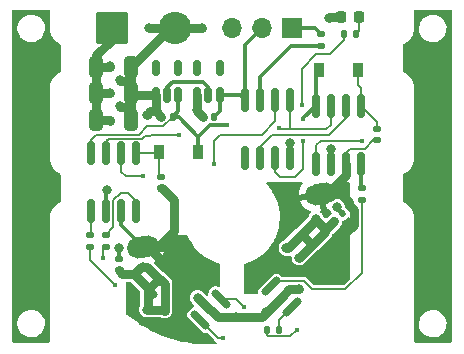
<source format=gbr>
%TF.GenerationSoftware,KiCad,Pcbnew,5.99.0-unknown-e61b1f03b8~131~ubuntu20.04.1*%
%TF.CreationDate,2021-08-02T15:41:00+00:00*%
%TF.ProjectId,beetleback_cg,62656574-6c65-4626-9163-6b5f63672e6b,2*%
%TF.SameCoordinates,PX5573000PY89ce520*%
%TF.FileFunction,Copper,L1,Top*%
%TF.FilePolarity,Positive*%
%FSLAX46Y46*%
G04 Gerber Fmt 4.6, Leading zero omitted, Abs format (unit mm)*
G04 Created by KiCad (PCBNEW 5.99.0-unknown-e61b1f03b8~131~ubuntu20.04.1) date 2021-08-02 15:41:00*
%MOMM*%
%LPD*%
G01*
G04 APERTURE LIST*
G04 Aperture macros list*
%AMRoundRect*
0 Rectangle with rounded corners*
0 $1 Rounding radius*
0 $2 $3 $4 $5 $6 $7 $8 $9 X,Y pos of 4 corners*
0 Add a 4 corners polygon primitive as box body*
4,1,4,$2,$3,$4,$5,$6,$7,$8,$9,$2,$3,0*
0 Add four circle primitives for the rounded corners*
1,1,$1+$1,$2,$3*
1,1,$1+$1,$4,$5*
1,1,$1+$1,$6,$7*
1,1,$1+$1,$8,$9*
0 Add four rect primitives between the rounded corners*
20,1,$1+$1,$2,$3,$4,$5,0*
20,1,$1+$1,$4,$5,$6,$7,0*
20,1,$1+$1,$6,$7,$8,$9,0*
20,1,$1+$1,$8,$9,$2,$3,0*%
%AMHorizOval*
0 Thick line with rounded ends*
0 $1 width*
0 $2 $3 position (X,Y) of the first rounded end (center of the circle)*
0 $4 $5 position (X,Y) of the second rounded end (center of the circle)*
0 Add line between two ends*
20,1,$1,$2,$3,$4,$5,0*
0 Add two circle primitives to create the rounded ends*
1,1,$1,$2,$3*
1,1,$1,$4,$5*%
G04 Aperture macros list end*
%TA.AperFunction,SMDPad,CuDef*%
%ADD10RoundRect,0.140000X0.140000X0.170000X-0.140000X0.170000X-0.140000X-0.170000X0.140000X-0.170000X0*%
%TD*%
%TA.AperFunction,SMDPad,CuDef*%
%ADD11RoundRect,0.140000X-0.170000X0.140000X-0.170000X-0.140000X0.170000X-0.140000X0.170000X0.140000X0*%
%TD*%
%TA.AperFunction,ComponentPad*%
%ADD12HorizOval,1.800000X-0.441732X-0.085864X0.441732X0.085864X0*%
%TD*%
%TA.AperFunction,SMDPad,CuDef*%
%ADD13R,0.900000X1.200000*%
%TD*%
%TA.AperFunction,SMDPad,CuDef*%
%ADD14RoundRect,0.135000X-0.185000X0.135000X-0.185000X-0.135000X0.185000X-0.135000X0.185000X0.135000X0*%
%TD*%
%TA.AperFunction,SMDPad,CuDef*%
%ADD15RoundRect,0.250000X-0.325000X-0.650000X0.325000X-0.650000X0.325000X0.650000X-0.325000X0.650000X0*%
%TD*%
%TA.AperFunction,SMDPad,CuDef*%
%ADD16RoundRect,0.150000X0.689429X-0.477297X-0.477297X0.689429X-0.689429X0.477297X0.477297X-0.689429X0*%
%TD*%
%TA.AperFunction,SMDPad,CuDef*%
%ADD17RoundRect,0.150000X0.150000X-0.825000X0.150000X0.825000X-0.150000X0.825000X-0.150000X-0.825000X0*%
%TD*%
%TA.AperFunction,SMDPad,CuDef*%
%ADD18RoundRect,0.218750X-0.218750X-0.256250X0.218750X-0.256250X0.218750X0.256250X-0.218750X0.256250X0*%
%TD*%
%TA.AperFunction,SMDPad,CuDef*%
%ADD19RoundRect,0.150000X-0.477297X-0.689429X0.689429X0.477297X0.477297X0.689429X-0.689429X-0.477297X0*%
%TD*%
%TA.AperFunction,SMDPad,CuDef*%
%ADD20RoundRect,0.135000X-0.135000X-0.185000X0.135000X-0.185000X0.135000X0.185000X-0.135000X0.185000X0*%
%TD*%
%TA.AperFunction,ComponentPad*%
%ADD21RoundRect,0.250000X-1.125000X-1.125000X1.125000X-1.125000X1.125000X1.125000X-1.125000X1.125000X0*%
%TD*%
%TA.AperFunction,ComponentPad*%
%ADD22C,2.750000*%
%TD*%
%TA.AperFunction,SMDPad,CuDef*%
%ADD23RoundRect,0.140000X0.021213X-0.219203X0.219203X-0.021213X-0.021213X0.219203X-0.219203X0.021213X0*%
%TD*%
%TA.AperFunction,SMDPad,CuDef*%
%ADD24RoundRect,0.150000X0.150000X-0.512500X0.150000X0.512500X-0.150000X0.512500X-0.150000X-0.512500X0*%
%TD*%
%TA.AperFunction,SMDPad,CuDef*%
%ADD25RoundRect,0.135000X0.185000X-0.135000X0.185000X0.135000X-0.185000X0.135000X-0.185000X-0.135000X0*%
%TD*%
%TA.AperFunction,ComponentPad*%
%ADD26R,1.700000X1.700000*%
%TD*%
%TA.AperFunction,ComponentPad*%
%ADD27O,1.700000X1.700000*%
%TD*%
%TA.AperFunction,SMDPad,CuDef*%
%ADD28RoundRect,0.150000X-0.150000X0.825000X-0.150000X-0.825000X0.150000X-0.825000X0.150000X0.825000X0*%
%TD*%
%TA.AperFunction,SMDPad,CuDef*%
%ADD29RoundRect,0.140000X0.170000X-0.140000X0.170000X0.140000X-0.170000X0.140000X-0.170000X-0.140000X0*%
%TD*%
%TA.AperFunction,ViaPad*%
%ADD30C,0.400000*%
%TD*%
%TA.AperFunction,ViaPad*%
%ADD31C,0.800000*%
%TD*%
%TA.AperFunction,Conductor*%
%ADD32C,0.150000*%
%TD*%
%TA.AperFunction,Conductor*%
%ADD33C,0.300000*%
%TD*%
%TA.AperFunction,Conductor*%
%ADD34C,0.200000*%
%TD*%
%TA.AperFunction,Conductor*%
%ADD35C,0.800000*%
%TD*%
G04 APERTURE END LIST*
D10*
%TO.P,C1,1*%
%TO.N,+12V*%
X-5020000Y19500000D03*
%TO.P,C1,2*%
%TO.N,GND*%
X-5980000Y19500000D03*
%TD*%
D11*
%TO.P,C2,1*%
%TO.N,Net-(C2-Pad1)*%
X12300000Y18480000D03*
%TO.P,C2,2*%
%TO.N,/MOTOR_PAD_2*%
X12300000Y17520000D03*
%TD*%
D12*
%TO.P,J4,1,Pin_1*%
%TO.N,/MOTOR_PAD_2*%
X7500000Y13000000D03*
%TD*%
D13*
%TO.P,D1,1,K*%
%TO.N,Net-(C2-Pad1)*%
X10650000Y23500000D03*
%TO.P,D1,2,A*%
%TO.N,+12V*%
X7350000Y23500000D03*
%TD*%
D14*
%TO.P,R1,1*%
%TO.N,/PWMIN1*%
X7500000Y26510000D03*
%TO.P,R1,2*%
%TO.N,/PWMIN*%
X7500000Y25490000D03*
%TD*%
D15*
%TO.P,C5,1*%
%TO.N,/VBAT*%
X-11475000Y19250000D03*
%TO.P,C5,2*%
%TO.N,GND*%
X-8525000Y19250000D03*
%TD*%
D14*
%TO.P,R5,1*%
%TO.N,/GH1OUT*%
X11000000Y13510000D03*
%TO.P,R5,2*%
%TO.N,/GH1*%
X11000000Y12490000D03*
%TD*%
D16*
%TO.P,Q2,1,S*%
%TO.N,/MOTOR_PAD_1*%
X-3596949Y1402872D03*
%TO.P,Q2,2,G*%
%TO.N,/GH2*%
X-2698924Y2300898D03*
%TO.P,Q2,3,S*%
%TO.N,GND*%
X-1800898Y3198924D03*
%TO.P,Q2,4,G*%
%TO.N,/GL2*%
X-902872Y4096949D03*
%TO.P,Q2,5,D*%
%TO.N,/MOTOR_PAD_1*%
X-4403051Y7597128D03*
%TO.P,Q2,6,D*%
X-5301076Y6699102D03*
%TO.P,Q2,7,D*%
%TO.N,/VBAT*%
X-6199102Y5801076D03*
%TO.P,Q2,8,D*%
X-7097128Y4903051D03*
%TD*%
D17*
%TO.P,U1,1,~{RESET}/PB5*%
%TO.N,unconnected-(U1-Pad1)*%
X1095000Y16025000D03*
%TO.P,U1,2,PB3*%
%TO.N,/MOTOR_PWM_2*%
X2365000Y16025000D03*
%TO.P,U1,3,PB4*%
%TO.N,Net-(R4-Pad1)*%
X3635000Y16025000D03*
%TO.P,U1,4,GND*%
%TO.N,GND*%
X4905000Y16025000D03*
%TO.P,U1,5,PB0*%
%TO.N,/MOTOR_EN*%
X4905000Y20975000D03*
%TO.P,U1,6,PB1*%
%TO.N,/MOTOR_PWM_1*%
X3635000Y20975000D03*
%TO.P,U1,7,PB2*%
%TO.N,/PWMIN*%
X2365000Y20975000D03*
%TO.P,U1,8,VCC*%
%TO.N,+5V*%
X1095000Y20975000D03*
%TD*%
D10*
%TO.P,C4,1*%
%TO.N,+5V*%
X-1520000Y19500000D03*
%TO.P,C4,2*%
%TO.N,GND*%
X-2480000Y19500000D03*
%TD*%
D18*
%TO.P,D2,1,K*%
%TO.N,GND*%
X9212500Y28000000D03*
%TO.P,D2,2,A*%
%TO.N,Net-(D2-Pad2)*%
X10787500Y28000000D03*
%TD*%
D19*
%TO.P,Q1,1,S*%
%TO.N,/MOTOR_PAD_2*%
X2402872Y6096949D03*
%TO.P,Q1,2,G*%
%TO.N,/GH1*%
X3300898Y5198924D03*
%TO.P,Q1,3,S*%
%TO.N,GND*%
X4198924Y4300898D03*
%TO.P,Q1,4,G*%
%TO.N,/GL1*%
X5096949Y3402872D03*
%TO.P,Q1,5,D*%
%TO.N,/MOTOR_PAD_2*%
X8597128Y6903051D03*
%TO.P,Q1,6,D*%
X7699102Y7801076D03*
%TO.P,Q1,7,D*%
%TO.N,/VBAT*%
X6801076Y8699102D03*
%TO.P,Q1,8,D*%
X5903051Y9597128D03*
%TD*%
D15*
%TO.P,C6,1*%
%TO.N,/VBAT*%
X-11475000Y21500000D03*
%TO.P,C6,2*%
%TO.N,GND*%
X-8525000Y21500000D03*
%TD*%
D20*
%TO.P,R6,1*%
%TO.N,/GL1OUT*%
X2990000Y1500000D03*
%TO.P,R6,2*%
%TO.N,/GL1*%
X4010000Y1500000D03*
%TD*%
D21*
%TO.P,J2,1,Pin_1*%
%TO.N,/VBAT*%
X-10200000Y27000000D03*
D22*
%TO.P,J2,2,Pin_2*%
%TO.N,GND*%
X-4800000Y27000000D03*
%TD*%
D20*
%TO.P,R4,1*%
%TO.N,Net-(R4-Pad1)*%
X9490000Y26500000D03*
%TO.P,R4,2*%
%TO.N,Net-(D2-Pad2)*%
X10510000Y26500000D03*
%TD*%
D23*
%TO.P,C9,1*%
%TO.N,/VBAT*%
X8660589Y10660589D03*
%TO.P,C9,2*%
%TO.N,GND*%
X9339411Y11339411D03*
%TD*%
D11*
%TO.P,C3,1*%
%TO.N,Net-(C3-Pad1)*%
X-6000000Y14460000D03*
%TO.P,C3,2*%
%TO.N,/MOTOR_PAD_1*%
X-6000000Y13500000D03*
%TD*%
D24*
%TO.P,U3,1,GND*%
%TO.N,GND*%
X-2950000Y21362500D03*
%TO.P,U3,2,VIN*%
%TO.N,/VBAT*%
X-2000000Y21362500D03*
%TO.P,U3,3,VOUT*%
%TO.N,+5V*%
X-1050000Y21362500D03*
%TO.P,U3,4*%
%TO.N,N/C*%
X-1050000Y23637500D03*
%TO.P,U3,5*%
X-2950000Y23637500D03*
%TD*%
D25*
%TO.P,R3,1*%
%TO.N,/GL2*%
X-12000000Y8490000D03*
%TO.P,R3,2*%
%TO.N,/GL2OUT*%
X-12000000Y9510000D03*
%TD*%
D26*
%TO.P,J1,1,Pin_1*%
%TO.N,/PWMIN1*%
X5040000Y27000000D03*
D27*
%TO.P,J1,2,Pin_2*%
%TO.N,+5V*%
X2500000Y27000000D03*
%TO.P,J1,3,Pin_3*%
%TO.N,GND*%
X-40000Y27000000D03*
%TD*%
D28*
%TO.P,U2,1,BST*%
%TO.N,Net-(C2-Pad1)*%
X10905000Y20475000D03*
%TO.P,U2,2,PWM*%
%TO.N,/MOTOR_PWM_2*%
X9635000Y20475000D03*
%TO.P,U2,3,EN*%
%TO.N,/MOTOR_EN*%
X8365000Y20475000D03*
%TO.P,U2,4,VCC*%
%TO.N,+12V*%
X7095000Y20475000D03*
%TO.P,U2,5,DRVL*%
%TO.N,/GL1OUT*%
X7095000Y15525000D03*
%TO.P,U2,6,GND*%
%TO.N,GND*%
X8365000Y15525000D03*
%TO.P,U2,7,SW*%
%TO.N,/MOTOR_PAD_2*%
X9635000Y15525000D03*
%TO.P,U2,8,DRVH*%
%TO.N,/GH1OUT*%
X10905000Y15525000D03*
%TD*%
D13*
%TO.P,D3,1,K*%
%TO.N,Net-(C3-Pad1)*%
X-6150000Y16500000D03*
%TO.P,D3,2,A*%
%TO.N,+12V*%
X-2850000Y16500000D03*
%TD*%
D25*
%TO.P,R2,1*%
%TO.N,/GH2*%
X-10700000Y8490000D03*
%TO.P,R2,2*%
%TO.N,/GH2OUT*%
X-10700000Y9510000D03*
%TD*%
D29*
%TO.P,C8,1*%
%TO.N,/VBAT*%
X-9600000Y6520000D03*
%TO.P,C8,2*%
%TO.N,GND*%
X-9600000Y7480000D03*
%TD*%
D28*
%TO.P,U4,1,BST*%
%TO.N,Net-(C3-Pad1)*%
X-8095000Y16475000D03*
%TO.P,U4,2,PWM*%
%TO.N,/MOTOR_PWM_1*%
X-9365000Y16475000D03*
%TO.P,U4,3,EN*%
%TO.N,/MOTOR_EN*%
X-10635000Y16475000D03*
%TO.P,U4,4,VCC*%
%TO.N,+12V*%
X-11905000Y16475000D03*
%TO.P,U4,5,DRVL*%
%TO.N,/GL2OUT*%
X-11905000Y11525000D03*
%TO.P,U4,6,GND*%
%TO.N,GND*%
X-10635000Y11525000D03*
%TO.P,U4,7,SW*%
%TO.N,/MOTOR_PAD_1*%
X-9365000Y11525000D03*
%TO.P,U4,8,DRVH*%
%TO.N,/GH2OUT*%
X-8095000Y11525000D03*
%TD*%
D15*
%TO.P,C7,1*%
%TO.N,/VBAT*%
X-11475000Y23750000D03*
%TO.P,C7,2*%
%TO.N,GND*%
X-8525000Y23750000D03*
%TD*%
D12*
%TO.P,J3,1,Pin_1*%
%TO.N,/MOTOR_PAD_1*%
X-7500000Y8500000D03*
%TD*%
D24*
%TO.P,U5,1,GND*%
%TO.N,GND*%
X-6450000Y21362500D03*
%TO.P,U5,2,VIN*%
%TO.N,/VBAT*%
X-5500000Y21362500D03*
%TO.P,U5,3,VOUT*%
%TO.N,+12V*%
X-4550000Y21362500D03*
%TO.P,U5,4*%
%TO.N,N/C*%
X-4550000Y23637500D03*
%TO.P,U5,5*%
X-6450000Y23637500D03*
%TD*%
D30*
%TO.N,+12V*%
X-400000Y18800000D03*
X6000000Y19300000D03*
%TO.N,Net-(R4-Pad1)*%
X6000000Y17500000D03*
X5900000Y20500000D03*
%TO.N,/GH2*%
X-800000Y800000D03*
X-10900000Y7600000D03*
D31*
%TO.N,GND*%
X-10600000Y13300000D03*
X-9500000Y22600000D03*
X-9600000Y8400000D03*
X-3000000Y20100000D03*
X-2500000Y27000000D03*
X-2900000Y4200000D03*
X-9500000Y20400000D03*
X300000Y2600000D03*
X8400000Y16800000D03*
X-7200000Y19700000D03*
X8200000Y27900000D03*
X2900000Y3000000D03*
X8900000Y11900000D03*
X-7000000Y27000000D03*
X4900000Y17325500D03*
X5700000Y4900480D03*
D30*
%TO.N,/GL2*%
X1000000Y3399500D03*
X-9900000Y5300000D03*
%TO.N,/VBAT*%
X-4000000Y22500000D03*
D31*
X7100000Y10900000D03*
X-7500000Y6800000D03*
X-10300000Y23800000D03*
X4600000Y8400000D03*
X-7200000Y3200000D03*
D30*
X-3500000Y22500000D03*
D31*
X5700000Y7600000D03*
X-10300000Y19200000D03*
X7900000Y10000000D03*
X-5700000Y3100000D03*
X-8300000Y6200000D03*
X-10300000Y21500000D03*
D30*
%TO.N,/MOTOR_PWM_1*%
X-1500000Y15500000D03*
X-7500000Y14500000D03*
%TO.N,/MOTOR_EN*%
X4000000Y18549500D03*
X-4500000Y18000000D03*
%TO.N,/GL1OUT*%
X5500000Y1500000D03*
X11000000Y17500000D03*
%TD*%
D32*
%TO.N,+12V*%
X-11905000Y17595000D02*
X-11500000Y18000000D01*
D33*
X-4500000Y19500000D02*
X-2850000Y17850000D01*
X-4550000Y19970000D02*
X-5020000Y19500000D01*
X-1900000Y18800000D02*
X-400000Y18800000D01*
X-5020000Y19500000D02*
X-4500000Y19500000D01*
X-2850000Y17850000D02*
X-2850000Y16500000D01*
X7095000Y23245000D02*
X7350000Y23500000D01*
X-2850000Y17850000D02*
X-1900000Y18800000D01*
D32*
X-11500000Y18000000D02*
X-7900000Y18000000D01*
D33*
X6000000Y19380000D02*
X7095000Y20475000D01*
D32*
X-7200000Y18700000D02*
X-5820000Y18700000D01*
D33*
X6000000Y19300000D02*
X6000000Y19380000D01*
D32*
X-11905000Y16475000D02*
X-11905000Y17595000D01*
X-5820000Y18700000D02*
X-5020000Y19500000D01*
D33*
X7095000Y20475000D02*
X7095000Y23245000D01*
D32*
X-7900000Y18000000D02*
X-7200000Y18700000D01*
D33*
X-4550000Y21362500D02*
X-4550000Y19970000D01*
D34*
%TO.N,Net-(R4-Pad1)*%
X9490000Y26500000D02*
X9490000Y25990000D01*
X6000000Y15100000D02*
X5300000Y14400000D01*
X7100978Y24800000D02*
X5900000Y23599022D01*
X6000000Y17500000D02*
X6000000Y15100000D01*
X5900000Y23599022D02*
X5900000Y20500000D01*
X3635000Y14865000D02*
X3635000Y16025000D01*
X5300000Y14400000D02*
X4100000Y14400000D01*
X9490000Y25990000D02*
X8300000Y24800000D01*
X4100000Y14400000D02*
X3635000Y14865000D01*
X8300000Y24800000D02*
X7100978Y24800000D01*
%TO.N,/GH1*%
X6800000Y4900000D02*
X9600000Y4900000D01*
X3300898Y5198924D02*
X3701974Y5600000D01*
X9600000Y4900000D02*
X11000000Y6300000D01*
X6100000Y5600000D02*
X6800000Y4900000D01*
X11000000Y6300000D02*
X11000000Y12490000D01*
X3701974Y5600000D02*
X6100000Y5600000D01*
%TO.N,/GL1*%
X4010000Y2315923D02*
X5096949Y3402872D01*
X4010000Y1500000D02*
X4010000Y2315923D01*
%TO.N,/GH2*%
X-1198026Y800000D02*
X-2698924Y2300898D01*
X-10900000Y8290000D02*
X-10700000Y8490000D01*
X-10900000Y7600000D02*
X-10900000Y8290000D01*
X-800000Y800000D02*
X-1198026Y800000D01*
%TO.N,Net-(C2-Pad1)*%
X12300000Y18480000D02*
X12300000Y19080000D01*
X10650000Y23500000D02*
X10650000Y22200000D01*
X12300000Y19080000D02*
X10905000Y20475000D01*
X10650000Y22200000D02*
X10905000Y21945000D01*
X10905000Y21945000D02*
X10905000Y20475000D01*
D35*
%TO.N,GND*%
X-9475000Y22575000D02*
X-9500000Y22600000D01*
X-5275000Y27000000D02*
X-6762500Y25512500D01*
X4198924Y4298924D02*
X2500000Y2600000D01*
X-6450000Y21362500D02*
X-8387500Y21362500D01*
X2500000Y2600000D02*
X-1201974Y2600000D01*
X4798506Y4900480D02*
X5700000Y4900480D01*
X-8525000Y22575000D02*
X-8525000Y21500000D01*
D33*
X9339411Y11460589D02*
X8900000Y11900000D01*
D35*
X-8387500Y21362500D02*
X-8525000Y21500000D01*
D33*
X4905000Y16025000D02*
X4905000Y17320500D01*
X-10635000Y11525000D02*
X-10635000Y13265000D01*
D35*
X-6450000Y19970000D02*
X-6930000Y19970000D01*
D33*
X-9600000Y7480000D02*
X-9600000Y8400000D01*
D35*
X-1201974Y2600000D02*
X-1800898Y3198924D01*
D33*
X4905000Y17320500D02*
X4900000Y17325500D01*
X8365000Y16765000D02*
X8400000Y16800000D01*
D35*
X-6450000Y19970000D02*
X-6450000Y21362500D01*
X-6930000Y19970000D02*
X-7200000Y19700000D01*
D33*
X8365000Y15525000D02*
X8365000Y16765000D01*
D35*
X-8525000Y21500000D02*
X-8525000Y20375000D01*
X-8525000Y23750000D02*
X-8525000Y22575000D01*
X-5980000Y19500000D02*
X-6450000Y19970000D01*
X-8525000Y20375000D02*
X-9475000Y20375000D01*
X-8525000Y22575000D02*
X-9475000Y22575000D01*
X-8525000Y20375000D02*
X-8525000Y19250000D01*
X-9475000Y20375000D02*
X-9500000Y20400000D01*
X-4800000Y27000000D02*
X-5275000Y27000000D01*
X-1898924Y3198924D02*
X-2900000Y4200000D01*
X-7000000Y27000000D02*
X-4800000Y27000000D01*
D33*
X9339411Y11339411D02*
X9339411Y11460589D01*
D35*
X-2950000Y21362500D02*
X-2950000Y19970000D01*
D33*
X-10635000Y13265000D02*
X-10600000Y13300000D01*
D35*
X-1800898Y3198924D02*
X-1898924Y3198924D01*
X4198924Y4300898D02*
X4798506Y4900480D01*
X9212500Y28000000D02*
X8300000Y28000000D01*
X-4800000Y27000000D02*
X-2500000Y27000000D01*
X8300000Y28000000D02*
X8200000Y27900000D01*
X-6762500Y25512500D02*
X-8525000Y23750000D01*
X-2950000Y19970000D02*
X-2480000Y19500000D01*
X4198924Y4300898D02*
X4198924Y4298924D01*
D34*
%TO.N,/GL2*%
X1000000Y3399500D02*
X302551Y4096949D01*
X302551Y4096949D02*
X-902872Y4096949D01*
X-12000000Y7400000D02*
X-9900000Y5300000D01*
X-12000000Y8490000D02*
X-12000000Y7400000D01*
%TO.N,Net-(C3-Pad1)*%
X-6175000Y16475000D02*
X-6150000Y16500000D01*
X-6150000Y16500000D02*
X-6150000Y14610000D01*
X-6150000Y14610000D02*
X-6000000Y14460000D01*
X-8095000Y16475000D02*
X-6175000Y16475000D01*
D35*
%TO.N,/VBAT*%
X7100000Y10900000D02*
X7100000Y10800000D01*
X8000000Y10000000D02*
X8660589Y10660589D01*
D33*
X-5500000Y21362500D02*
X-5500000Y22025000D01*
X-4000000Y22500000D02*
X-3500000Y22500000D01*
D35*
X7100000Y10900000D02*
X7100000Y10794077D01*
X-10350000Y23750000D02*
X-10300000Y23800000D01*
D33*
X-5500000Y22025000D02*
X-5025000Y22500000D01*
D35*
X7900000Y9798026D02*
X6801076Y8699102D01*
X-9280000Y6200000D02*
X-9600000Y6520000D01*
X-7500000Y6800000D02*
X-7198026Y6800000D01*
X-10350000Y19250000D02*
X-10300000Y19200000D01*
X-11475000Y21500000D02*
X-10300000Y21500000D01*
X-11475000Y19250000D02*
X-10350000Y19250000D01*
X-6101076Y5801076D02*
X-5700000Y5400000D01*
X7900000Y10000000D02*
X7900000Y9798026D01*
X-10200000Y26050000D02*
X-11500000Y24750000D01*
X-11475000Y21500000D02*
X-11475000Y19250000D01*
X5903051Y9597128D02*
X6801076Y8699102D01*
X6801076Y8699102D02*
X6799102Y8699102D01*
X-10200000Y27000000D02*
X-10200000Y26050000D01*
X-7097128Y4903051D02*
X-7097128Y3302872D01*
X-11475000Y24725000D02*
X-11475000Y23750000D01*
X-7500000Y6800000D02*
X-7700000Y6800000D01*
X-11475000Y23750000D02*
X-11475000Y21500000D01*
X-7198026Y6800000D02*
X-6199102Y5801076D01*
X-5800000Y3200000D02*
X-5700000Y3100000D01*
D33*
X-3500000Y22500000D02*
X-2475000Y22500000D01*
X-2000000Y22025000D02*
X-2000000Y21362500D01*
D35*
X7100000Y10794077D02*
X5903051Y9597128D01*
X-5700000Y5400000D02*
X-5700000Y3100000D01*
X-7097128Y3302872D02*
X-7200000Y3200000D01*
X7900000Y10000000D02*
X8000000Y10000000D01*
X-7200000Y3200000D02*
X-5800000Y3200000D01*
X7100000Y10800000D02*
X7900000Y10000000D01*
X-6199102Y5801076D02*
X-7097128Y4903051D01*
X4705923Y8400000D02*
X5903051Y9597128D01*
X-11500000Y24750000D02*
X-11475000Y24725000D01*
X-7097128Y4903051D02*
X-7097128Y4997128D01*
X-6199102Y5801076D02*
X-6101076Y5801076D01*
X-11475000Y23750000D02*
X-10350000Y23750000D01*
D33*
X-5025000Y22500000D02*
X-4000000Y22500000D01*
D35*
X-7700000Y6800000D02*
X-8300000Y6200000D01*
X6799102Y8699102D02*
X5700000Y7600000D01*
X-7097128Y4997128D02*
X-8300000Y6200000D01*
X-8300000Y6200000D02*
X-9280000Y6200000D01*
X4600000Y8400000D02*
X4705923Y8400000D01*
D33*
X-2475000Y22500000D02*
X-2000000Y22025000D01*
%TO.N,/PWMIN*%
X4990000Y25490000D02*
X2365000Y22865000D01*
X2365000Y22865000D02*
X2365000Y20975000D01*
X7500000Y25490000D02*
X4990000Y25490000D01*
D32*
%TO.N,/MOTOR_PWM_2*%
X2365000Y17000000D02*
X3365000Y18000000D01*
X2365000Y16025000D02*
X2365000Y17000000D01*
X9635000Y19428572D02*
X9635000Y20475000D01*
X8206428Y18000000D02*
X9635000Y19428572D01*
X3365000Y18000000D02*
X8206428Y18000000D01*
%TO.N,/MOTOR_PWM_1*%
X-9365000Y14865000D02*
X-9365000Y16475000D01*
X-7500000Y14500000D02*
X-9000000Y14500000D01*
X-1000000Y18000000D02*
X-1500000Y17500000D01*
X3635000Y20975000D02*
X3635000Y19135000D01*
X2500000Y18000000D02*
X-1000000Y18000000D01*
X3635000Y19135000D02*
X2500000Y18000000D01*
X-1500000Y17500000D02*
X-1500000Y15500000D01*
X-9000000Y14500000D02*
X-9365000Y14865000D01*
D35*
%TO.N,/MOTOR_PAD_2*%
X9400000Y9500000D02*
X9400000Y7705923D01*
X6698026Y6000000D02*
X6298026Y6400000D01*
D34*
X12300000Y17520000D02*
X11960754Y17520000D01*
D35*
X8597128Y6897128D02*
X7700000Y6000000D01*
D34*
X9635000Y16435000D02*
X9635000Y15525000D01*
D35*
X8085000Y13000000D02*
X7500000Y13000000D01*
X8597128Y6903051D02*
X8597128Y6897128D01*
X7699102Y7801076D02*
X7701076Y7801076D01*
X9635000Y15525000D02*
X9635000Y14550000D01*
X2943822Y6637899D02*
X4862101Y6637899D01*
X9899511Y12314012D02*
X9899511Y12050489D01*
X7500000Y13000000D02*
X9213523Y13000000D01*
D34*
X11960754Y17520000D02*
X11240754Y16800000D01*
D35*
X9213523Y13000000D02*
X9899511Y12314012D01*
X7701076Y7801076D02*
X9400000Y9500000D01*
X5100000Y6400000D02*
X6298026Y6400000D01*
X10298158Y10398158D02*
X9400000Y9500000D01*
X9635000Y14550000D02*
X8085000Y13000000D01*
X2402872Y6096949D02*
X2943822Y6637899D01*
X10298158Y11651842D02*
X10298158Y10398158D01*
X9899511Y12050489D02*
X10298158Y11651842D01*
X7700000Y6000000D02*
X6698026Y6000000D01*
X4862101Y6637899D02*
X5100000Y6400000D01*
X9400000Y7705923D02*
X8597128Y6903051D01*
X6298026Y6400000D02*
X7699102Y7801076D01*
D34*
X11240754Y16800000D02*
X10000000Y16800000D01*
X10000000Y16800000D02*
X9635000Y16435000D01*
D33*
%TO.N,/MOTOR_PAD_1*%
X-9365000Y11525000D02*
X-9365000Y10365000D01*
D35*
X-4300000Y4500000D02*
X-4300000Y5698026D01*
X-4900000Y12500000D02*
X-4900000Y9841732D01*
X-3300000Y6300000D02*
X-3300000Y5500000D01*
X-7101974Y8500000D02*
X-5301076Y6699102D01*
X-3596949Y1402872D02*
X-4300000Y2105923D01*
X-5305923Y8500000D02*
X-4403051Y7597128D01*
X-4300000Y5698026D02*
X-5301076Y6699102D01*
X-6241732Y8500000D02*
X-7500000Y8500000D01*
X-4300000Y2105923D02*
X-4300000Y4500000D01*
X-4403051Y7597128D02*
X-4403051Y7403051D01*
X-4403051Y7403051D02*
X-3300000Y6300000D01*
D33*
X-9365000Y10365000D02*
X-7500000Y8500000D01*
D35*
X-3300000Y5500000D02*
X-4300000Y4500000D01*
X-7500000Y8500000D02*
X-7101974Y8500000D01*
X-4900000Y9841732D02*
X-6241732Y8500000D01*
X-7500000Y8500000D02*
X-5305923Y8500000D01*
X-6000000Y13500000D02*
X-5900000Y13500000D01*
X-5900000Y13500000D02*
X-4900000Y12500000D01*
D33*
%TO.N,+5V*%
X-1050000Y21362500D02*
X707500Y21362500D01*
X1095000Y25595000D02*
X2500000Y27000000D01*
X-1050000Y19970000D02*
X-1520000Y19500000D01*
X-1050000Y21362500D02*
X-1050000Y19970000D01*
X707500Y21362500D02*
X1095000Y20975000D01*
X1095000Y20975000D02*
X1095000Y25595000D01*
D34*
%TO.N,Net-(D2-Pad2)*%
X10787500Y28000000D02*
X10787500Y26777500D01*
X10787500Y26777500D02*
X10510000Y26500000D01*
D32*
%TO.N,/MOTOR_EN*%
X-6800000Y18000000D02*
X-6900000Y17900000D01*
X8000000Y18500000D02*
X8365000Y18865000D01*
X4905000Y20975000D02*
X4905000Y18595000D01*
X4049500Y18500000D02*
X4000000Y18549500D01*
X-10425454Y17674546D02*
X-10635000Y17465000D01*
X-4500000Y18000000D02*
X-6800000Y18000000D01*
X5000000Y18500000D02*
X4049500Y18500000D01*
X5000000Y18500000D02*
X8000000Y18500000D01*
X-6900000Y17900000D02*
X-7400000Y17900000D01*
X8365000Y18865000D02*
X8365000Y20475000D01*
X-10635000Y17465000D02*
X-10635000Y16475000D01*
X4905000Y18595000D02*
X5000000Y18500000D01*
X-7625454Y17674546D02*
X-10425454Y17674546D01*
X-7400000Y17900000D02*
X-7625454Y17674546D01*
D33*
%TO.N,/PWMIN1*%
X5040000Y27000000D02*
X7010000Y27000000D01*
X7010000Y27000000D02*
X7500000Y26510000D01*
D34*
%TO.N,/GH2OUT*%
X-8095000Y12395000D02*
X-8800000Y13100000D01*
X-9400754Y13100000D02*
X-10035454Y12465300D01*
X-8095000Y11525000D02*
X-8095000Y12395000D01*
X-10035454Y12465300D02*
X-10035454Y10174546D01*
X-8800000Y13100000D02*
X-9400754Y13100000D01*
X-10035454Y10174546D02*
X-10700000Y9510000D01*
%TO.N,/GL2OUT*%
X-11905000Y11525000D02*
X-11905000Y9605000D01*
X-11905000Y9605000D02*
X-12000000Y9510000D01*
D33*
%TO.N,/GH1OUT*%
X10905000Y15525000D02*
X10905000Y13605000D01*
X10905000Y13605000D02*
X11000000Y13510000D01*
D34*
%TO.N,/GL1OUT*%
X2990000Y1010000D02*
X2990000Y1500000D01*
X5500000Y1500000D02*
X4930456Y930456D01*
X4930456Y930456D02*
X3069544Y930456D01*
X7095000Y15525000D02*
X7095000Y17095000D01*
X7500000Y17500000D02*
X11000000Y17500000D01*
X3069544Y930456D02*
X2990000Y1010000D01*
X7095000Y17095000D02*
X7500000Y17500000D01*
%TD*%
%TA.AperFunction,Conductor*%
%TO.N,/MOTOR_PAD_2*%
G36*
X5926483Y13979998D02*
G01*
X5972976Y13926342D01*
X5983080Y13856068D01*
X5961132Y13801100D01*
X5843793Y13635684D01*
X5838396Y13626521D01*
X5739588Y13420752D01*
X5735806Y13410796D01*
X5673079Y13191321D01*
X5671031Y13180879D01*
X5646179Y12953961D01*
X5645920Y12943341D01*
X5647510Y12916961D01*
X5652369Y12903475D01*
X5666034Y12902268D01*
X7700868Y13297799D01*
X9235430Y13596088D01*
X9247952Y13602569D01*
X9247425Y13613275D01*
X9194945Y13737815D01*
X9190004Y13747225D01*
X9152356Y13806207D01*
X9132565Y13874390D01*
X9152777Y13942448D01*
X9206576Y13988775D01*
X9258564Y14000000D01*
X9874000Y14000000D01*
X9942121Y13979998D01*
X9988614Y13926342D01*
X10000000Y13874000D01*
X10000000Y11733252D01*
X9979998Y11665131D01*
X9926342Y11618638D01*
X9856068Y11608534D01*
X9791488Y11638028D01*
X9784905Y11644157D01*
X9589652Y11839410D01*
X9555626Y11901722D01*
X9553660Y11913368D01*
X9537275Y12048766D01*
X9536363Y12056306D01*
X9520982Y12097010D01*
X9483394Y12196486D01*
X9483393Y12196489D01*
X9480710Y12203588D01*
X9391531Y12333343D01*
X9287828Y12425740D01*
X9250272Y12485989D01*
X9251252Y12556979D01*
X9258063Y12574355D01*
X9260412Y12579247D01*
X9264194Y12589204D01*
X9326920Y12808677D01*
X9328969Y12819122D01*
X9353822Y13046039D01*
X9354081Y13056659D01*
X9352491Y13083039D01*
X9347632Y13096526D01*
X9333967Y13097733D01*
X7815580Y12802588D01*
X7801477Y12795289D01*
X7800559Y12793692D01*
X7800384Y12785834D01*
X8014537Y11684117D01*
X8021836Y11670013D01*
X8023433Y11669095D01*
X8031291Y11668920D01*
X8169087Y11695705D01*
X8239773Y11689069D01*
X8295649Y11645270D01*
X8311455Y11615320D01*
X8316143Y11602510D01*
X8320380Y11596204D01*
X8320382Y11596201D01*
X8354340Y11545667D01*
X8403958Y11471828D01*
X8409571Y11466720D01*
X8409575Y11466716D01*
X8415836Y11461020D01*
X8452761Y11400381D01*
X8451040Y11329405D01*
X8411220Y11270627D01*
X8395179Y11259369D01*
X8294281Y11199698D01*
X8258724Y11178670D01*
X8039095Y10959041D01*
X7976783Y10925015D01*
X7905968Y10930080D01*
X7860905Y10959041D01*
X7739223Y11080723D01*
X7711168Y11123429D01*
X7707818Y11131889D01*
X7707102Y11133742D01*
X7683396Y11196481D01*
X7683394Y11196485D01*
X7680710Y11203588D01*
X7678097Y11207389D01*
X7677485Y11208503D01*
X7674568Y11215871D01*
X7640811Y11262333D01*
X7632967Y11273130D01*
X7631063Y11275823D01*
X7620515Y11291171D01*
X7591531Y11333343D01*
X7586551Y11337779D01*
X7584038Y11340916D01*
X7582622Y11342424D01*
X7577963Y11348837D01*
X7557380Y11365865D01*
X7530186Y11388362D01*
X7490448Y11447195D01*
X7488827Y11518173D01*
X7501283Y11548272D01*
X7516566Y11574841D01*
X7516741Y11582701D01*
X7302588Y12684420D01*
X7295289Y12698523D01*
X7293692Y12699441D01*
X7285834Y12699616D01*
X5764572Y12403912D01*
X5752050Y12397431D01*
X5752577Y12386725D01*
X5805054Y12262191D01*
X5810000Y12252772D01*
X5932814Y12060361D01*
X5939276Y12051909D01*
X6092763Y11882932D01*
X6100546Y11875700D01*
X6280311Y11734999D01*
X6289206Y11729179D01*
X6490107Y11620779D01*
X6499849Y11616542D01*
X6603126Y11581686D01*
X6661273Y11540950D01*
X6688167Y11475244D01*
X6675267Y11405429D01*
X6654696Y11376063D01*
X6652503Y11373727D01*
X6643475Y11365023D01*
X6631030Y11354166D01*
X6618758Y11343461D01*
X6618756Y11343458D01*
X6613034Y11338467D01*
X6608666Y11332252D01*
X6608664Y11332250D01*
X6599248Y11318853D01*
X6588015Y11305055D01*
X6569552Y11285393D01*
X6565734Y11278448D01*
X6565731Y11278444D01*
X6550693Y11251090D01*
X6543366Y11239341D01*
X6526873Y11215873D01*
X6522501Y11209652D01*
X6519741Y11202572D01*
X6512303Y11183495D01*
X6505329Y11168573D01*
X6490373Y11141368D01*
X6488402Y11133691D01*
X6486173Y11125009D01*
X6453226Y11067249D01*
X5494984Y10109007D01*
X5476712Y10093890D01*
X5469449Y10088954D01*
X5464205Y10083006D01*
X5464204Y10083005D01*
X5431239Y10045613D01*
X5425820Y10039843D01*
X4434311Y9048334D01*
X4385255Y9020862D01*
X4386095Y9018602D01*
X4378969Y9015952D01*
X4371588Y9014180D01*
X4364844Y9010699D01*
X4335698Y8995656D01*
X4324295Y8990472D01*
X4291504Y8977489D01*
X4291497Y8977485D01*
X4284129Y8974568D01*
X4277716Y8969909D01*
X4277711Y8969906D01*
X4265604Y8961110D01*
X4249339Y8951084D01*
X4238431Y8945454D01*
X4238425Y8945450D01*
X4231679Y8941968D01*
X4225957Y8936976D01*
X4225955Y8936975D01*
X4198142Y8912712D01*
X4189377Y8905727D01*
X4151163Y8877963D01*
X4146110Y8871855D01*
X4139166Y8863461D01*
X4124910Y8848827D01*
X4113034Y8838467D01*
X4085066Y8798672D01*
X4079077Y8790826D01*
X4051453Y8757435D01*
X4051451Y8757431D01*
X4046400Y8751326D01*
X4043025Y8744153D01*
X4040124Y8737989D01*
X4029207Y8719193D01*
X4022501Y8709652D01*
X4003323Y8660463D01*
X3999959Y8652633D01*
X3976421Y8602613D01*
X3974425Y8592151D01*
X3968104Y8570179D01*
X3968067Y8570035D01*
X3965309Y8562961D01*
X3964318Y8555434D01*
X3957879Y8506526D01*
X3956727Y8499376D01*
X3945624Y8441170D01*
X3946122Y8433259D01*
X3945834Y8428680D01*
X3945606Y8421995D01*
X3945829Y8421993D01*
X3945750Y8414392D01*
X3944758Y8406862D01*
X3945592Y8399312D01*
X3951465Y8346111D01*
X3951977Y8340196D01*
X3955944Y8277140D01*
X3958393Y8269603D01*
X3958815Y8267390D01*
X3959843Y8263708D01*
X3961202Y8257913D01*
X3962035Y8250367D01*
X3964643Y8243241D01*
X3964644Y8243236D01*
X3984509Y8188953D01*
X3986016Y8184589D01*
X4006732Y8120829D01*
X4010977Y8114141D01*
X4011858Y8112268D01*
X4013851Y8108774D01*
X4016143Y8102510D01*
X4055087Y8044556D01*
X4056860Y8041840D01*
X4094798Y7982060D01*
X4100574Y7976636D01*
X4101390Y7975649D01*
X4103958Y7971828D01*
X4109576Y7966716D01*
X4109577Y7966715D01*
X4159184Y7921577D01*
X4160639Y7920232D01*
X4214607Y7869552D01*
X4219031Y7867120D01*
X4220410Y7865865D01*
X4224218Y7863797D01*
X4224220Y7863796D01*
X4293199Y7826343D01*
X4293778Y7826026D01*
X4351679Y7794194D01*
X4351688Y7794190D01*
X4358632Y7790373D01*
X4387636Y7782926D01*
X4430279Y7771977D01*
X4430917Y7771812D01*
X4471956Y7761046D01*
X4511069Y7750785D01*
X4512932Y7750756D01*
X4517823Y7749500D01*
X4591907Y7749500D01*
X4593886Y7749484D01*
X4597935Y7749420D01*
X4633485Y7748862D01*
X4638096Y7748608D01*
X4644219Y7747240D01*
X4714154Y7749438D01*
X4718111Y7749500D01*
X4746848Y7749500D01*
X4751119Y7750039D01*
X4762947Y7750971D01*
X4808492Y7752403D01*
X4816106Y7754615D01*
X4816111Y7754616D01*
X4828715Y7758278D01*
X4848079Y7762289D01*
X4868981Y7764929D01*
X4876355Y7767849D01*
X4884029Y7769819D01*
X4884420Y7768298D01*
X4946097Y7773955D01*
X5009080Y7741187D01*
X5044348Y7679570D01*
X5046017Y7636359D01*
X5046142Y7636355D01*
X5046086Y7634573D01*
X5046239Y7630614D01*
X5045893Y7628431D01*
X5045893Y7628422D01*
X5044653Y7620595D01*
X5045400Y7612699D01*
X5045360Y7611432D01*
X5044758Y7606862D01*
X5045592Y7599308D01*
X5052951Y7532655D01*
X5053149Y7530723D01*
X5060121Y7456971D01*
X5061830Y7452224D01*
X5062035Y7450367D01*
X5090613Y7372275D01*
X5090762Y7371862D01*
X5113107Y7309794D01*
X5113109Y7309790D01*
X5115794Y7302332D01*
X5120249Y7295776D01*
X5120251Y7295773D01*
X5157332Y7241212D01*
X5157703Y7240663D01*
X5201544Y7175419D01*
X5201548Y7175414D01*
X5203958Y7171828D01*
X5205338Y7170572D01*
X5208175Y7166398D01*
X5263799Y7117359D01*
X5265144Y7116154D01*
X5288954Y7094488D01*
X5307203Y7077883D01*
X5320410Y7065865D01*
X5324456Y7063668D01*
X5325514Y7062949D01*
X5331459Y7057708D01*
X5338519Y7054111D01*
X5338523Y7054108D01*
X5394547Y7025562D01*
X5397465Y7024027D01*
X5452099Y6994363D01*
X5452101Y6994362D01*
X5458776Y6990738D01*
X5465232Y6989044D01*
X5468896Y6987390D01*
X5470833Y6986692D01*
X5477900Y6983092D01*
X5485633Y6981364D01*
X5485637Y6981362D01*
X5519676Y6973754D01*
X5543385Y6968455D01*
X5547828Y6967376D01*
X5611069Y6950785D01*
X5618671Y6950666D01*
X5624546Y6949861D01*
X5628319Y6949182D01*
X5630554Y6948971D01*
X5638296Y6947240D01*
X5646222Y6947489D01*
X5701473Y6949225D01*
X5707408Y6949271D01*
X5760901Y6948431D01*
X5760903Y6948431D01*
X5768495Y6948312D01*
X5775895Y6950007D01*
X5783455Y6950801D01*
X5783478Y6950579D01*
X5790113Y6951435D01*
X5794652Y6952154D01*
X5802569Y6952403D01*
X5810176Y6954613D01*
X5810182Y6954614D01*
X5859459Y6968930D01*
X5866479Y6970753D01*
X5879581Y6973754D01*
X5921968Y6983462D01*
X5928755Y6986876D01*
X5928895Y6986926D01*
X5950168Y6995284D01*
X5960398Y6998256D01*
X5974709Y7006719D01*
X6003975Y7024027D01*
X6007971Y7026390D01*
X6015492Y7030499D01*
X6055836Y7050790D01*
X6055839Y7050792D01*
X6062625Y7054205D01*
X6071491Y7061777D01*
X6089174Y7074413D01*
X6095042Y7077883D01*
X6095047Y7077887D01*
X6101865Y7081919D01*
X6138110Y7118164D01*
X6145363Y7124870D01*
X6182348Y7156458D01*
X6191551Y7169265D01*
X6204772Y7184826D01*
X7194141Y8174195D01*
X7199729Y8179121D01*
X7202941Y8181021D01*
X7209143Y8187223D01*
X7227415Y8202340D01*
X7228124Y8202822D01*
X7234678Y8207276D01*
X7239867Y8213162D01*
X7240609Y8213756D01*
X7242901Y8215841D01*
X7243568Y8216529D01*
X7249913Y8221139D01*
X7278956Y8256246D01*
X7286945Y8265025D01*
X8302698Y9280778D01*
X8311315Y9288619D01*
X8317940Y9292824D01*
X8365850Y9343843D01*
X8368604Y9346684D01*
X8388911Y9366991D01*
X8391340Y9370122D01*
X8391345Y9370128D01*
X8391558Y9370403D01*
X8399255Y9379416D01*
X8430448Y9412633D01*
X8440596Y9431092D01*
X8451450Y9447616D01*
X8459504Y9457999D01*
X8459505Y9458000D01*
X8464362Y9464262D01*
X8482453Y9506067D01*
X8487675Y9516726D01*
X8505809Y9549712D01*
X8505810Y9549716D01*
X8509627Y9556658D01*
X8512463Y9567704D01*
X8513997Y9570393D01*
X8514516Y9571704D01*
X8514703Y9571630D01*
X8545409Y9625463D01*
X9149500Y10229554D01*
X9224951Y10326825D01*
X9290225Y10477663D01*
X9314250Y10629348D01*
X9344661Y10693499D01*
X9404929Y10731026D01*
X9418985Y10734084D01*
X9435156Y10736645D01*
X9473009Y10742640D01*
X9473010Y10742640D01*
X9482800Y10744191D01*
X9593016Y10800349D01*
X9784905Y10992238D01*
X9847217Y11026264D01*
X9918032Y11021199D01*
X9974868Y10978652D01*
X9999679Y10912132D01*
X10000000Y10903143D01*
X10000000Y5847872D01*
X9979998Y5779751D01*
X9963095Y5758777D01*
X9491723Y5287405D01*
X9429411Y5253379D01*
X9402628Y5250500D01*
X6997372Y5250500D01*
X6929251Y5270502D01*
X6908276Y5287405D01*
X6383780Y5811902D01*
X6371712Y5826846D01*
X6368472Y5830407D01*
X6362825Y5839152D01*
X6338914Y5858002D01*
X6334979Y5861499D01*
X6334891Y5861395D01*
X6330932Y5864750D01*
X6327254Y5868428D01*
X6323029Y5871447D01*
X6323021Y5871454D01*
X6312920Y5878672D01*
X6308173Y5882236D01*
X6297718Y5890478D01*
X6271189Y5911392D01*
X6263213Y5914193D01*
X6256331Y5919111D01*
X6211164Y5932619D01*
X6205558Y5934441D01*
X6168577Y5947428D01*
X6168571Y5947429D01*
X6161094Y5950055D01*
X6155956Y5950500D01*
X6153237Y5950500D01*
X6151055Y5950595D01*
X6150520Y5950755D01*
X6150521Y5950782D01*
X6150403Y5950789D01*
X6144536Y5952544D01*
X6094981Y5950597D01*
X6090034Y5950500D01*
X4334630Y5950500D01*
X4266509Y5970502D01*
X4245535Y5987405D01*
X4016537Y6216403D01*
X3903499Y6273999D01*
X3893710Y6275549D01*
X3893708Y6275550D01*
X3787988Y6292294D01*
X3778195Y6293845D01*
X3768402Y6292294D01*
X3662683Y6275550D01*
X3662681Y6275549D01*
X3652892Y6273999D01*
X3539853Y6216403D01*
X2283419Y4959969D01*
X2225823Y4846930D01*
X2224273Y4837141D01*
X2224272Y4837139D01*
X2207609Y4731933D01*
X2205977Y4721627D01*
X2215604Y4660848D01*
X2218001Y4645711D01*
X2208901Y4575300D01*
X2163180Y4520986D01*
X2093552Y4500000D01*
X1126000Y4500000D01*
X1057879Y4520002D01*
X1011386Y4573658D01*
X1000000Y4626000D01*
X1000000Y6973754D01*
X1020002Y7041875D01*
X1073658Y7088368D01*
X1090354Y7094469D01*
X1090439Y7094488D01*
X1276729Y7156458D01*
X1463422Y7218562D01*
X1463428Y7218564D01*
X1466346Y7219535D01*
X1514315Y7240892D01*
X1825456Y7379421D01*
X1825462Y7379424D01*
X1828256Y7380668D01*
X1830925Y7382184D01*
X2170042Y7574829D01*
X2170050Y7574834D01*
X2172715Y7576348D01*
X2215972Y7606862D01*
X2440046Y7764929D01*
X2496436Y7804708D01*
X2521501Y7826343D01*
X2793989Y8061549D01*
X2796327Y8063567D01*
X2798448Y8065794D01*
X2798454Y8065800D01*
X3039043Y8318444D01*
X3069527Y8350455D01*
X3107699Y8399312D01*
X3311518Y8660189D01*
X3311520Y8660192D01*
X3313428Y8662634D01*
X3315084Y8665244D01*
X3315090Y8665252D01*
X3524047Y8994516D01*
X3524051Y8994523D01*
X3525701Y8997123D01*
X3537693Y9020862D01*
X3640810Y9225000D01*
X3704321Y9350730D01*
X3705428Y9353584D01*
X3705432Y9353593D01*
X3846467Y9717204D01*
X3846470Y9717213D01*
X3847582Y9720080D01*
X3950574Y10088954D01*
X3953290Y10098681D01*
X3953291Y10098683D01*
X3954118Y10101647D01*
X4022910Y10491788D01*
X4053303Y10886781D01*
X4054884Y11000000D01*
X4053848Y11021199D01*
X4038774Y11329405D01*
X4035532Y11395687D01*
X4034127Y11405202D01*
X3978109Y11784552D01*
X3978108Y11784556D01*
X3977659Y11787598D01*
X3881820Y12171990D01*
X3873098Y12196486D01*
X3785685Y12441968D01*
X3748927Y12545196D01*
X3580250Y12903653D01*
X3550261Y12953961D01*
X3414990Y13180879D01*
X3377399Y13243939D01*
X3142310Y13562806D01*
X3140259Y13565084D01*
X3140254Y13565090D01*
X2938023Y13789689D01*
X2907306Y13853697D01*
X2916070Y13924151D01*
X2961532Y13978682D01*
X3031659Y14000000D01*
X5858362Y14000000D01*
X5926483Y13979998D01*
G37*
%TD.AperFunction*%
%TD*%
%TA.AperFunction,Conductor*%
%TO.N,/MOTOR_PAD_1*%
G36*
X-3779905Y9479998D02*
G01*
X-3733281Y9426053D01*
X-3606480Y9146521D01*
X-3408400Y8803436D01*
X-3177786Y8481318D01*
X-2916839Y8183241D01*
X-2914591Y8181130D01*
X-2630306Y7914168D01*
X-2630299Y7914162D01*
X-2628051Y7912051D01*
X-2625601Y7910164D01*
X-2625596Y7910160D01*
X-2324299Y7678130D01*
X-2314177Y7670335D01*
X-1978214Y7460402D01*
X-1623369Y7284255D01*
X-1253028Y7143576D01*
X-1092963Y7100087D01*
X-1032471Y7062925D01*
X-1001672Y6998957D01*
X-1000000Y6978496D01*
X-1000000Y5247777D01*
X-1020002Y5179656D01*
X-1073658Y5133163D01*
X-1143932Y5123059D01*
X-1183203Y5135510D01*
X-1254866Y5172024D01*
X-1264655Y5173574D01*
X-1264657Y5173575D01*
X-1370376Y5190319D01*
X-1380169Y5191870D01*
X-1389962Y5190319D01*
X-1495682Y5173575D01*
X-1495684Y5173574D01*
X-1505473Y5172024D01*
X-1618511Y5114428D01*
X-1920351Y4812588D01*
X-1977947Y4699550D01*
X-1979497Y4689761D01*
X-1979498Y4689759D01*
X-1987632Y4638400D01*
X-1997793Y4574246D01*
X-1996242Y4564453D01*
X-1991365Y4533661D01*
X-2000465Y4463250D01*
X-2046187Y4408936D01*
X-2114015Y4387963D01*
X-2182414Y4406990D01*
X-2204909Y4424855D01*
X-2389450Y4609396D01*
X-2404048Y4626947D01*
X-2404162Y4627076D01*
X-2408469Y4633343D01*
X-2450963Y4671204D01*
X-2456238Y4676184D01*
X-2468965Y4688911D01*
X-2480058Y4697516D01*
X-2486631Y4702983D01*
X-2506641Y4720811D01*
X-2526024Y4738081D01*
X-2532739Y4741637D01*
X-2532741Y4741638D01*
X-2536324Y4743535D01*
X-2554587Y4755326D01*
X-2566236Y4764362D01*
X-2573505Y4767508D01*
X-2573509Y4767510D01*
X-2613266Y4784714D01*
X-2622185Y4788997D01*
X-2658452Y4808199D01*
X-2658455Y4808200D01*
X-2665169Y4811755D01*
X-2680469Y4815598D01*
X-2699810Y4822164D01*
X-2709797Y4826486D01*
X-2717074Y4829635D01*
X-2763721Y4837023D01*
X-2774697Y4839266D01*
X-2817872Y4850111D01*
X-2825470Y4850151D01*
X-2825472Y4850151D01*
X-2837738Y4850215D01*
X-2856780Y4851763D01*
X-2879405Y4855347D01*
X-2887297Y4854601D01*
X-2887300Y4854601D01*
X-2922419Y4851281D01*
X-2934935Y4850724D01*
X-2947832Y4850791D01*
X-2975316Y4850935D01*
X-2982700Y4849162D01*
X-2982703Y4849162D01*
X-2998624Y4845340D01*
X-3016175Y4842419D01*
X-3035132Y4840626D01*
X-3035135Y4840625D01*
X-3043029Y4839879D01*
X-3079870Y4826615D01*
X-3093127Y4822651D01*
X-3128412Y4814180D01*
X-3135159Y4810698D01*
X-3135161Y4810697D01*
X-3153360Y4801304D01*
X-3168468Y4794719D01*
X-3190211Y4786891D01*
X-3190213Y4786890D01*
X-3197668Y4784206D01*
X-3226704Y4764473D01*
X-3239723Y4756728D01*
X-3268321Y4741968D01*
X-3274044Y4736975D01*
X-3274049Y4736972D01*
X-3292575Y4720811D01*
X-3304581Y4711548D01*
X-3333602Y4691825D01*
X-3338839Y4685885D01*
X-3338848Y4685877D01*
X-3354132Y4668541D01*
X-3365811Y4656923D01*
X-3381240Y4643463D01*
X-3381243Y4643460D01*
X-3386966Y4638467D01*
X-3391333Y4632253D01*
X-3391336Y4632250D01*
X-3407828Y4608784D01*
X-3416402Y4597908D01*
X-3437047Y4574491D01*
X-3437049Y4574488D01*
X-3442292Y4568541D01*
X-3454538Y4544507D01*
X-3463714Y4529266D01*
X-3477499Y4509652D01*
X-3480258Y4502577D01*
X-3480259Y4502574D01*
X-3492169Y4472026D01*
X-3497295Y4460594D01*
X-3504219Y4447004D01*
X-3516908Y4422100D01*
X-3518637Y4414363D01*
X-3518638Y4414361D01*
X-3521903Y4399752D01*
X-3527474Y4381471D01*
X-3534691Y4362961D01*
X-3535682Y4355433D01*
X-3540499Y4318846D01*
X-3542454Y4307813D01*
X-3552760Y4261704D01*
X-3552511Y4253780D01*
X-3552169Y4242890D01*
X-3553185Y4222489D01*
X-3554251Y4214395D01*
X-3554251Y4214389D01*
X-3555242Y4206862D01*
X-3554408Y4199310D01*
X-3549907Y4158530D01*
X-3549208Y4148666D01*
X-3547597Y4097431D01*
X-3543486Y4083281D01*
X-3539245Y4061961D01*
X-3537965Y4050367D01*
X-3535356Y4043236D01*
X-3535355Y4043234D01*
X-3519832Y4000816D01*
X-3517161Y3992669D01*
X-3501744Y3939602D01*
X-3497711Y3932783D01*
X-3496327Y3930443D01*
X-3486553Y3909811D01*
X-3486466Y3909641D01*
X-3483857Y3902510D01*
X-3479620Y3896205D01*
X-3452115Y3855272D01*
X-3448248Y3849144D01*
X-3418081Y3798135D01*
X-3412468Y3792522D01*
X-3409628Y3788861D01*
X-3405411Y3783736D01*
X-3405242Y3783882D01*
X-3400276Y3778129D01*
X-3396042Y3771828D01*
X-3368151Y3746449D01*
X-3350833Y3730691D01*
X-3346538Y3726592D01*
X-3212564Y3592618D01*
X-3178538Y3530306D01*
X-3183603Y3459491D01*
X-3226150Y3402655D01*
X-3281946Y3379075D01*
X-3291729Y3377525D01*
X-3291732Y3377524D01*
X-3301525Y3375973D01*
X-3414563Y3318377D01*
X-3716403Y3016537D01*
X-3773999Y2903499D01*
X-3775549Y2893710D01*
X-3775550Y2893708D01*
X-3779306Y2869993D01*
X-3793845Y2778195D01*
X-3792294Y2768402D01*
X-3775651Y2663325D01*
X-3773999Y2652892D01*
X-3716403Y2539853D01*
X-2459969Y1283419D01*
X-2346930Y1225823D01*
X-2337141Y1224273D01*
X-2337139Y1224272D01*
X-2231420Y1207528D01*
X-2221627Y1205977D01*
X-2179767Y1212607D01*
X-2109356Y1203507D01*
X-2070961Y1177253D01*
X-1481809Y588101D01*
X-1469731Y573147D01*
X-1466499Y569595D01*
X-1460851Y560848D01*
X-1452674Y554402D01*
X-1436940Y541998D01*
X-1433005Y538501D01*
X-1432917Y538605D01*
X-1428958Y535250D01*
X-1425280Y531572D01*
X-1421055Y528553D01*
X-1421047Y528546D01*
X-1410946Y521328D01*
X-1406199Y517764D01*
X-1369215Y488608D01*
X-1362413Y486219D01*
X-1357424Y483081D01*
X-1354358Y480890D01*
X-1355920Y478704D01*
X-1314961Y441220D01*
X-1296814Y372582D01*
X-1318657Y305029D01*
X-1373554Y260009D01*
X-1422768Y250000D01*
X-1962966Y250000D01*
X-1987547Y252421D01*
X-1987829Y252477D01*
X-2000000Y254898D01*
X-2012171Y252477D01*
X-2018592Y252477D01*
X-2035738Y251040D01*
X-2281940Y258203D01*
X-2621398Y268081D01*
X-2628697Y268506D01*
X-3046158Y305029D01*
X-3244351Y322369D01*
X-3251630Y323220D01*
X-3439396Y350724D01*
X-3863105Y412788D01*
X-3870303Y414057D01*
X-4193972Y480889D01*
X-4475525Y539025D01*
X-4482657Y540715D01*
X-5079589Y700663D01*
X-5086611Y702765D01*
X-5673242Y897153D01*
X-5680129Y899660D01*
X-6254450Y1127823D01*
X-6261180Y1130726D01*
X-6287441Y1142972D01*
X-6575140Y1277128D01*
X-6821275Y1391903D01*
X-6827825Y1395193D01*
X-7201699Y1596784D01*
X-7371776Y1688489D01*
X-7378106Y1692143D01*
X-7762918Y1929498D01*
X-7904104Y2016583D01*
X-7910227Y2020611D01*
X-8416454Y2375074D01*
X-8422325Y2379444D01*
X-8907089Y2762747D01*
X-8912700Y2767454D01*
X-8913514Y2768179D01*
X-8957765Y2807559D01*
X-8995355Y2867788D01*
X-9000000Y2901684D01*
X-9000000Y5423500D01*
X-8979998Y5491621D01*
X-8926342Y5538114D01*
X-8874000Y5549500D01*
X-8621636Y5549500D01*
X-8553515Y5529498D01*
X-8532541Y5512595D01*
X-7784533Y4764587D01*
X-7750507Y4702275D01*
X-7747628Y4675492D01*
X-7747628Y3594577D01*
X-7764210Y3533960D01*
X-7764362Y3533764D01*
X-7767511Y3526487D01*
X-7768657Y3524549D01*
X-7770316Y3521117D01*
X-7773131Y3515867D01*
X-7777499Y3509652D01*
X-7796677Y3460463D01*
X-7800041Y3452633D01*
X-7823579Y3402613D01*
X-7825049Y3394906D01*
X-7825385Y3394016D01*
X-7826299Y3391048D01*
X-7826521Y3390121D01*
X-7829635Y3382926D01*
X-7830875Y3375098D01*
X-7831451Y3373116D01*
X-7832266Y3369182D01*
X-7834691Y3362961D01*
X-7835682Y3355431D01*
X-7842121Y3306526D01*
X-7843273Y3299376D01*
X-7854376Y3241170D01*
X-7853884Y3233341D01*
X-7853990Y3232377D01*
X-7854134Y3229307D01*
X-7854119Y3228348D01*
X-7855347Y3220595D01*
X-7854600Y3212699D01*
X-7854640Y3211432D01*
X-7855242Y3206862D01*
X-7854408Y3199308D01*
X-7848535Y3146111D01*
X-7848023Y3140196D01*
X-7844056Y3077140D01*
X-7841631Y3069677D01*
X-7841497Y3068732D01*
X-7840870Y3065705D01*
X-7840617Y3064781D01*
X-7839879Y3056971D01*
X-7838170Y3052224D01*
X-7837965Y3050367D01*
X-7836475Y3046295D01*
X-7836474Y3046291D01*
X-7815491Y2988953D01*
X-7813984Y2984589D01*
X-7793268Y2920829D01*
X-7789066Y2914207D01*
X-7788699Y2913323D01*
X-7787339Y2910546D01*
X-7786862Y2909709D01*
X-7784206Y2902332D01*
X-7779752Y2895779D01*
X-7779752Y2895778D01*
X-7744868Y2844449D01*
X-7742723Y2841184D01*
X-7705202Y2782060D01*
X-7699485Y2776691D01*
X-7698907Y2775922D01*
X-7698373Y2775297D01*
X-7696042Y2771828D01*
X-7694662Y2770572D01*
X-7691825Y2766398D01*
X-7685883Y2761160D01*
X-7685881Y2761157D01*
X-7639325Y2720112D01*
X-7636410Y2717460D01*
X-7585393Y2669552D01*
X-7580969Y2667120D01*
X-7579590Y2665865D01*
X-7575917Y2663870D01*
X-7575238Y2663393D01*
X-7574426Y2662895D01*
X-7568541Y2657708D01*
X-7506148Y2625917D01*
X-7502702Y2624091D01*
X-7448320Y2594194D01*
X-7448314Y2594192D01*
X-7441368Y2590373D01*
X-7433768Y2588421D01*
X-7432889Y2588024D01*
X-7430015Y2586938D01*
X-7429094Y2586655D01*
X-7422100Y2583092D01*
X-7414365Y2581363D01*
X-7414362Y2581362D01*
X-7375999Y2572787D01*
X-7356615Y2568455D01*
X-7352172Y2567376D01*
X-7288931Y2550785D01*
X-7287068Y2550756D01*
X-7282177Y2549500D01*
X-7274330Y2549500D01*
X-7273390Y2549336D01*
X-7270314Y2548996D01*
X-7269359Y2548951D01*
X-7261704Y2547240D01*
X-7238008Y2547985D01*
X-7198527Y2549225D01*
X-7192592Y2549271D01*
X-7139102Y2548431D01*
X-7139100Y2548431D01*
X-7131505Y2548312D01*
X-7127501Y2549229D01*
X-7122330Y2549500D01*
X-6089722Y2549500D01*
X-6034325Y2534344D01*
X-6033765Y2535638D01*
X-5990407Y2516875D01*
X-5980338Y2511975D01*
X-5941224Y2490738D01*
X-5933883Y2488812D01*
X-5933741Y2488756D01*
X-5912251Y2480956D01*
X-5910841Y2480293D01*
X-5902613Y2476421D01*
X-5894903Y2474950D01*
X-5894007Y2474611D01*
X-5891075Y2473709D01*
X-5890130Y2473482D01*
X-5882927Y2470365D01*
X-5840264Y2463608D01*
X-5828002Y2461035D01*
X-5796285Y2452714D01*
X-5796282Y2452714D01*
X-5788931Y2450785D01*
X-5779275Y2450634D01*
X-5777282Y2450602D01*
X-5755651Y2448386D01*
X-5748965Y2447111D01*
X-5748964Y2447111D01*
X-5741170Y2445624D01*
X-5733336Y2446117D01*
X-5732379Y2446011D01*
X-5729299Y2445866D01*
X-5728343Y2445881D01*
X-5720595Y2444654D01*
X-5712703Y2445400D01*
X-5712701Y2445400D01*
X-5689391Y2447604D01*
X-5681613Y2448339D01*
X-5667777Y2448882D01*
X-5664398Y2448829D01*
X-5639103Y2448431D01*
X-5639100Y2448431D01*
X-5631505Y2448312D01*
X-5616140Y2451831D01*
X-5595930Y2454762D01*
X-5577140Y2455944D01*
X-5569677Y2458369D01*
X-5568732Y2458503D01*
X-5565705Y2459130D01*
X-5564781Y2459383D01*
X-5556971Y2460121D01*
X-5523952Y2472008D01*
X-5509405Y2476276D01*
X-5504081Y2477496D01*
X-5485435Y2481766D01*
X-5485432Y2481767D01*
X-5478032Y2483462D01*
X-5460281Y2492390D01*
X-5442607Y2499656D01*
X-5428366Y2504283D01*
X-5428365Y2504283D01*
X-5420829Y2506732D01*
X-5414206Y2510935D01*
X-5413323Y2511301D01*
X-5410546Y2512661D01*
X-5409710Y2513138D01*
X-5402332Y2515794D01*
X-5395778Y2520248D01*
X-5395774Y2520250D01*
X-5376658Y2533241D01*
X-5362465Y2541586D01*
X-5337375Y2554205D01*
X-5331599Y2559138D01*
X-5331593Y2559142D01*
X-5319146Y2569773D01*
X-5304830Y2580347D01*
X-5288754Y2590549D01*
X-5288750Y2590552D01*
X-5282060Y2594798D01*
X-5276689Y2600517D01*
X-5275927Y2601089D01*
X-5273574Y2603099D01*
X-5272887Y2603765D01*
X-5266398Y2608175D01*
X-5248556Y2628412D01*
X-5235888Y2640883D01*
X-5217652Y2656458D01*
X-5201269Y2679258D01*
X-5190798Y2691983D01*
X-5179767Y2703729D01*
X-5169552Y2714607D01*
X-5165769Y2721487D01*
X-5165173Y2722232D01*
X-5163392Y2724766D01*
X-5162895Y2725577D01*
X-5157709Y2731459D01*
X-5147313Y2751861D01*
X-5137372Y2768179D01*
X-5133496Y2773573D01*
X-5125776Y2784317D01*
X-5113771Y2814180D01*
X-5107284Y2827871D01*
X-5094192Y2851684D01*
X-5094190Y2851688D01*
X-5090373Y2858632D01*
X-5088421Y2866234D01*
X-5088026Y2867109D01*
X-5086936Y2869993D01*
X-5086654Y2870910D01*
X-5083093Y2877900D01*
X-5078987Y2896267D01*
X-5072932Y2915767D01*
X-5069884Y2923350D01*
X-5069882Y2923356D01*
X-5067050Y2930402D01*
X-5061938Y2966319D01*
X-5059237Y2979897D01*
X-5051472Y3010143D01*
X-5049500Y3017823D01*
X-5049500Y3025670D01*
X-5049335Y3026616D01*
X-5048996Y3029684D01*
X-5048951Y3030642D01*
X-5047240Y3038297D01*
X-5047703Y3053027D01*
X-5046508Y3074740D01*
X-5045447Y3082195D01*
X-5044866Y3086277D01*
X-5044722Y3100000D01*
X-5048587Y3131940D01*
X-5049500Y3147075D01*
X-5049500Y5319001D01*
X-5048951Y5330641D01*
X-5047240Y5338297D01*
X-5049438Y5408232D01*
X-5049500Y5412189D01*
X-5049500Y5440925D01*
X-5050039Y5445193D01*
X-5050972Y5457036D01*
X-5052154Y5494644D01*
X-5052403Y5502569D01*
X-5054615Y5510183D01*
X-5054616Y5510188D01*
X-5058278Y5522792D01*
X-5062289Y5542157D01*
X-5062604Y5544654D01*
X-5064929Y5563058D01*
X-5067847Y5570427D01*
X-5067848Y5570432D01*
X-5081703Y5605427D01*
X-5085548Y5616657D01*
X-5096045Y5652789D01*
X-5096046Y5652790D01*
X-5098256Y5660399D01*
X-5108981Y5678534D01*
X-5117680Y5696291D01*
X-5122514Y5708502D01*
X-5122515Y5708504D01*
X-5125432Y5715871D01*
X-5152212Y5752731D01*
X-5158728Y5762651D01*
X-5181919Y5801865D01*
X-5196812Y5816758D01*
X-5209653Y5831792D01*
X-5217377Y5842423D01*
X-5222037Y5848837D01*
X-5257144Y5877880D01*
X-5265923Y5885869D01*
X-5583828Y6203774D01*
X-5591669Y6212391D01*
X-5595874Y6219016D01*
X-5646893Y6266926D01*
X-5649734Y6269680D01*
X-5670041Y6289987D01*
X-5673172Y6292416D01*
X-5673178Y6292421D01*
X-5673453Y6292634D01*
X-5682466Y6300331D01*
X-5715683Y6331524D01*
X-5725005Y6336649D01*
X-5734142Y6341672D01*
X-5750666Y6352526D01*
X-5761049Y6360580D01*
X-5761050Y6360581D01*
X-5767312Y6365438D01*
X-5809124Y6383531D01*
X-5819769Y6388746D01*
X-5859708Y6410703D01*
X-5867386Y6412674D01*
X-5874760Y6415594D01*
X-5874147Y6417141D01*
X-5923202Y6445122D01*
X-6556841Y7078761D01*
X-6590867Y7141073D01*
X-6585802Y7211888D01*
X-6543255Y7268724D01*
X-6522090Y7281534D01*
X-6348012Y7364751D01*
X-6338837Y7370135D01*
X-6152423Y7501878D01*
X-6144284Y7508732D01*
X-5982735Y7670000D01*
X-5975865Y7678130D01*
X-5843793Y7864316D01*
X-5838396Y7873479D01*
X-5739588Y8079248D01*
X-5735806Y8089204D01*
X-5673080Y8308677D01*
X-5671031Y8319122D01*
X-5646178Y8546039D01*
X-5645919Y8556659D01*
X-5647509Y8583039D01*
X-5652368Y8596526D01*
X-5666033Y8597733D01*
X-7577183Y8226243D01*
X-7647869Y8232879D01*
X-7703745Y8276678D01*
X-7724910Y8325886D01*
X-7773757Y8577183D01*
X-7767120Y8647869D01*
X-7723322Y8703746D01*
X-7674114Y8724910D01*
X-5764570Y9096088D01*
X-5752048Y9102569D01*
X-5752575Y9113275D01*
X-5805055Y9237815D01*
X-5809996Y9247225D01*
X-5847644Y9306207D01*
X-5867435Y9374390D01*
X-5847223Y9442448D01*
X-5793424Y9488775D01*
X-5741436Y9500000D01*
X-3848026Y9500000D01*
X-3779905Y9479998D01*
G37*
%TD.AperFunction*%
%TD*%
%TA.AperFunction,NonConductor*%
G36*
X18542121Y28579998D02*
G01*
X18588614Y28526342D01*
X18600000Y28474000D01*
X18600000Y526000D01*
X18579998Y457879D01*
X18526342Y411386D01*
X18474000Y400000D01*
X15526000Y400000D01*
X15457879Y420002D01*
X15411386Y473658D01*
X15400000Y526000D01*
X15400000Y1908401D01*
X15836119Y1908401D01*
X15872301Y1697834D01*
X15946250Y1497387D01*
X16055489Y1313772D01*
X16059295Y1309432D01*
X16059298Y1309428D01*
X16192553Y1157481D01*
X16196360Y1153140D01*
X16364145Y1020869D01*
X16369256Y1018180D01*
X16369259Y1018178D01*
X16388576Y1008015D01*
X16553225Y921389D01*
X16558746Y919675D01*
X16558750Y919673D01*
X16751752Y859744D01*
X16751757Y859743D01*
X16757267Y858032D01*
X16787718Y854428D01*
X16927055Y837936D01*
X16927061Y837936D01*
X16930742Y837500D01*
X17054196Y837500D01*
X17164140Y847603D01*
X17207001Y851541D01*
X17207003Y851541D01*
X17212756Y852070D01*
X17342771Y888738D01*
X17412828Y908496D01*
X17412830Y908497D01*
X17418387Y910064D01*
X17423563Y912616D01*
X17423567Y912618D01*
X17604826Y1002005D01*
X17610007Y1004560D01*
X17781197Y1132393D01*
X17797070Y1149564D01*
X17922305Y1285043D01*
X17922307Y1285046D01*
X17926224Y1289283D01*
X18040232Y1469975D01*
X18119403Y1668418D01*
X18120528Y1674075D01*
X18120530Y1674081D01*
X18159957Y1872297D01*
X18159957Y1872301D01*
X18161084Y1877965D01*
X18161483Y1908401D01*
X18163805Y2085817D01*
X18163881Y2091599D01*
X18127699Y2302166D01*
X18053750Y2502613D01*
X17944511Y2686228D01*
X17940705Y2690568D01*
X17940702Y2690572D01*
X17807447Y2842519D01*
X17803640Y2846860D01*
X17635855Y2979131D01*
X17630744Y2981820D01*
X17630741Y2981822D01*
X17527443Y3036170D01*
X17446775Y3078611D01*
X17441254Y3080325D01*
X17441250Y3080327D01*
X17248248Y3140256D01*
X17248243Y3140257D01*
X17242733Y3141968D01*
X17192360Y3147930D01*
X17072945Y3162064D01*
X17072939Y3162064D01*
X17069258Y3162500D01*
X16945804Y3162500D01*
X16835860Y3152397D01*
X16792999Y3148459D01*
X16792997Y3148459D01*
X16787244Y3147930D01*
X16657229Y3111262D01*
X16587172Y3091504D01*
X16587170Y3091503D01*
X16581613Y3089936D01*
X16576437Y3087384D01*
X16576433Y3087382D01*
X16395174Y2997995D01*
X16389993Y2995440D01*
X16218803Y2867607D01*
X16214889Y2863373D01*
X16214887Y2863371D01*
X16199625Y2846860D01*
X16073776Y2710717D01*
X15959768Y2530025D01*
X15880597Y2331582D01*
X15879472Y2325925D01*
X15879470Y2325919D01*
X15840043Y2127703D01*
X15838916Y2122035D01*
X15838840Y2116260D01*
X15838840Y2116256D01*
X15838442Y2085817D01*
X15836119Y1908401D01*
X15400000Y1908401D01*
X15400000Y10958602D01*
X15401551Y10978313D01*
X15403435Y10990208D01*
X15404986Y11000000D01*
X15403680Y11008246D01*
X15403435Y11011359D01*
X15403435Y11011969D01*
X15403292Y11013177D01*
X15387427Y11214751D01*
X15387039Y11219685D01*
X15335596Y11433962D01*
X15333702Y11438535D01*
X15253161Y11632978D01*
X15253159Y11632982D01*
X15251266Y11637552D01*
X15136126Y11825444D01*
X14993011Y11993011D01*
X14825444Y12136126D01*
X14637552Y12251266D01*
X14577781Y12276024D01*
X14522501Y12320573D01*
X14500000Y12392433D01*
X14500000Y14607567D01*
X14520002Y14675688D01*
X14577781Y14723976D01*
X14632982Y14746841D01*
X14637552Y14748734D01*
X14825444Y14863874D01*
X14993011Y15006989D01*
X15136126Y15174556D01*
X15251266Y15362448D01*
X15310815Y15506210D01*
X15333702Y15561465D01*
X15333703Y15561467D01*
X15335596Y15566038D01*
X15387039Y15780315D01*
X15399922Y15944003D01*
X15403292Y15986823D01*
X15403435Y15988031D01*
X15403435Y15988641D01*
X15403680Y15991754D01*
X15404986Y16000000D01*
X15401551Y16021689D01*
X15400000Y16041398D01*
X15400000Y21958602D01*
X15401551Y21978313D01*
X15403435Y21990208D01*
X15404986Y22000000D01*
X15403680Y22008246D01*
X15403435Y22011359D01*
X15403435Y22011969D01*
X15403292Y22013177D01*
X15387427Y22214751D01*
X15387039Y22219685D01*
X15335596Y22433962D01*
X15333702Y22438535D01*
X15253161Y22632978D01*
X15253159Y22632982D01*
X15251266Y22637552D01*
X15136126Y22825444D01*
X14993011Y22993011D01*
X14825444Y23136126D01*
X14637552Y23251266D01*
X14577781Y23276024D01*
X14522501Y23320573D01*
X14500000Y23392433D01*
X14500000Y25607567D01*
X14520002Y25675688D01*
X14577781Y25723976D01*
X14632982Y25746841D01*
X14637552Y25748734D01*
X14825444Y25863874D01*
X14993011Y26006989D01*
X15136126Y26174556D01*
X15251266Y26362448D01*
X15295806Y26469975D01*
X15333702Y26561465D01*
X15333703Y26561467D01*
X15335596Y26566038D01*
X15387039Y26780315D01*
X15397120Y26908401D01*
X15836119Y26908401D01*
X15837098Y26902704D01*
X15837098Y26902703D01*
X15857280Y26785249D01*
X15872301Y26697834D01*
X15946250Y26497387D01*
X15949202Y26492426D01*
X15949202Y26492425D01*
X16029041Y26358228D01*
X16055489Y26313772D01*
X16059295Y26309432D01*
X16059298Y26309428D01*
X16173880Y26178773D01*
X16196360Y26153140D01*
X16364145Y26020869D01*
X16369256Y26018180D01*
X16369259Y26018178D01*
X16388576Y26008015D01*
X16553225Y25921389D01*
X16558746Y25919675D01*
X16558750Y25919673D01*
X16751752Y25859744D01*
X16751757Y25859743D01*
X16757267Y25858032D01*
X16787718Y25854428D01*
X16927055Y25837936D01*
X16927061Y25837936D01*
X16930742Y25837500D01*
X17054196Y25837500D01*
X17164140Y25847603D01*
X17207001Y25851541D01*
X17207003Y25851541D01*
X17212756Y25852070D01*
X17342771Y25888738D01*
X17412828Y25908496D01*
X17412830Y25908497D01*
X17418387Y25910064D01*
X17423563Y25912616D01*
X17423567Y25912618D01*
X17604826Y26002005D01*
X17610007Y26004560D01*
X17781197Y26132393D01*
X17797070Y26149564D01*
X17922305Y26285043D01*
X17922307Y26285046D01*
X17926224Y26289283D01*
X18040232Y26469975D01*
X18119403Y26668418D01*
X18120528Y26674075D01*
X18120530Y26674081D01*
X18159957Y26872297D01*
X18159957Y26872301D01*
X18161084Y26877965D01*
X18161483Y26908401D01*
X18163805Y27085817D01*
X18163881Y27091599D01*
X18127699Y27302166D01*
X18053750Y27502613D01*
X17944511Y27686228D01*
X17940705Y27690568D01*
X17940702Y27690572D01*
X17807447Y27842519D01*
X17803640Y27846860D01*
X17635855Y27979131D01*
X17630744Y27981820D01*
X17630741Y27981822D01*
X17527443Y28036170D01*
X17446775Y28078611D01*
X17441254Y28080325D01*
X17441250Y28080327D01*
X17248248Y28140256D01*
X17248243Y28140257D01*
X17242733Y28141968D01*
X17192360Y28147930D01*
X17072945Y28162064D01*
X17072939Y28162064D01*
X17069258Y28162500D01*
X16945804Y28162500D01*
X16835860Y28152397D01*
X16792999Y28148459D01*
X16792997Y28148459D01*
X16787244Y28147930D01*
X16657229Y28111262D01*
X16587172Y28091504D01*
X16587170Y28091503D01*
X16581613Y28089936D01*
X16576437Y28087384D01*
X16576433Y28087382D01*
X16395174Y27997995D01*
X16389993Y27995440D01*
X16218803Y27867607D01*
X16214889Y27863373D01*
X16214887Y27863371D01*
X16199625Y27846860D01*
X16073776Y27710717D01*
X15959768Y27530025D01*
X15880597Y27331582D01*
X15879472Y27325925D01*
X15879470Y27325919D01*
X15840043Y27127703D01*
X15838916Y27122035D01*
X15838840Y27116260D01*
X15838840Y27116256D01*
X15838442Y27085817D01*
X15836119Y26908401D01*
X15397120Y26908401D01*
X15399922Y26944003D01*
X15403292Y26986823D01*
X15403435Y26988031D01*
X15403435Y26988641D01*
X15403680Y26991754D01*
X15404986Y27000000D01*
X15401551Y27021689D01*
X15400000Y27041398D01*
X15400000Y28474000D01*
X15420002Y28542121D01*
X15473658Y28588614D01*
X15526000Y28600000D01*
X18474000Y28600000D01*
X18542121Y28579998D01*
G37*
%TD.AperFunction*%
%TA.AperFunction,NonConductor*%
G36*
X-15462879Y28579998D02*
G01*
X-15416386Y28526342D01*
X-15405000Y28474000D01*
X-15405000Y27041398D01*
X-15406551Y27021689D01*
X-15409986Y27000000D01*
X-15408680Y26991754D01*
X-15408435Y26988641D01*
X-15408435Y26988031D01*
X-15408292Y26986823D01*
X-15404922Y26944003D01*
X-15392039Y26780315D01*
X-15340596Y26566038D01*
X-15338703Y26561467D01*
X-15338702Y26561465D01*
X-15300805Y26469975D01*
X-15256266Y26362448D01*
X-15141126Y26174556D01*
X-14998011Y26006989D01*
X-14830444Y25863874D01*
X-14642552Y25748734D01*
X-14637982Y25746841D01*
X-14577781Y25721905D01*
X-14522501Y25677356D01*
X-14500000Y25605496D01*
X-14500000Y23394504D01*
X-14520002Y23326383D01*
X-14577781Y23278095D01*
X-14642552Y23251266D01*
X-14830444Y23136126D01*
X-14998011Y22993011D01*
X-15141126Y22825444D01*
X-15256266Y22637552D01*
X-15258159Y22632982D01*
X-15258161Y22632978D01*
X-15338702Y22438535D01*
X-15340596Y22433962D01*
X-15392039Y22219685D01*
X-15392427Y22214751D01*
X-15408292Y22013177D01*
X-15408435Y22011969D01*
X-15408435Y22011359D01*
X-15408680Y22008246D01*
X-15409986Y22000000D01*
X-15408435Y21990208D01*
X-15406551Y21978313D01*
X-15405000Y21958602D01*
X-15405000Y16041398D01*
X-15406551Y16021689D01*
X-15409986Y16000000D01*
X-15408680Y15991754D01*
X-15408435Y15988641D01*
X-15408435Y15988031D01*
X-15408292Y15986823D01*
X-15404922Y15944003D01*
X-15392039Y15780315D01*
X-15340596Y15566038D01*
X-15338703Y15561467D01*
X-15338702Y15561465D01*
X-15315814Y15506210D01*
X-15256266Y15362448D01*
X-15141126Y15174556D01*
X-14998011Y15006989D01*
X-14830444Y14863874D01*
X-14642552Y14748734D01*
X-14637982Y14746841D01*
X-14577781Y14721905D01*
X-14522501Y14677356D01*
X-14500000Y14605496D01*
X-14500000Y12394504D01*
X-14520002Y12326383D01*
X-14577781Y12278095D01*
X-14642552Y12251266D01*
X-14830444Y12136126D01*
X-14998011Y11993011D01*
X-15141126Y11825444D01*
X-15256266Y11637552D01*
X-15258159Y11632982D01*
X-15258161Y11632978D01*
X-15338702Y11438535D01*
X-15340596Y11433962D01*
X-15392039Y11219685D01*
X-15392427Y11214751D01*
X-15408292Y11013177D01*
X-15408435Y11011969D01*
X-15408435Y11011359D01*
X-15408680Y11008246D01*
X-15409986Y11000000D01*
X-15408435Y10990208D01*
X-15406551Y10978313D01*
X-15405000Y10958602D01*
X-15405000Y526000D01*
X-15425002Y457879D01*
X-15478658Y411386D01*
X-15531000Y400000D01*
X-18479000Y400000D01*
X-18547121Y420002D01*
X-18593614Y473658D01*
X-18605000Y526000D01*
X-18605000Y1908401D01*
X-18163881Y1908401D01*
X-18127699Y1697834D01*
X-18053750Y1497387D01*
X-17944511Y1313772D01*
X-17940705Y1309432D01*
X-17940702Y1309428D01*
X-17807447Y1157481D01*
X-17803640Y1153140D01*
X-17635855Y1020869D01*
X-17630744Y1018180D01*
X-17630741Y1018178D01*
X-17611424Y1008015D01*
X-17446775Y921389D01*
X-17441254Y919675D01*
X-17441250Y919673D01*
X-17248248Y859744D01*
X-17248243Y859743D01*
X-17242733Y858032D01*
X-17212282Y854428D01*
X-17072945Y837936D01*
X-17072939Y837936D01*
X-17069258Y837500D01*
X-16945804Y837500D01*
X-16835860Y847603D01*
X-16792999Y851541D01*
X-16792997Y851541D01*
X-16787244Y852070D01*
X-16657229Y888738D01*
X-16587172Y908496D01*
X-16587170Y908497D01*
X-16581613Y910064D01*
X-16576437Y912616D01*
X-16576433Y912618D01*
X-16395174Y1002005D01*
X-16389993Y1004560D01*
X-16218803Y1132393D01*
X-16202930Y1149564D01*
X-16077695Y1285043D01*
X-16077693Y1285046D01*
X-16073776Y1289283D01*
X-15959768Y1469975D01*
X-15880597Y1668418D01*
X-15879472Y1674075D01*
X-15879470Y1674081D01*
X-15840043Y1872297D01*
X-15840043Y1872301D01*
X-15838916Y1877965D01*
X-15838517Y1908401D01*
X-15836195Y2085817D01*
X-15836119Y2091599D01*
X-15872301Y2302166D01*
X-15946250Y2502613D01*
X-16055489Y2686228D01*
X-16059295Y2690568D01*
X-16059298Y2690572D01*
X-16192553Y2842519D01*
X-16196360Y2846860D01*
X-16364145Y2979131D01*
X-16369256Y2981820D01*
X-16369259Y2981822D01*
X-16472557Y3036170D01*
X-16553225Y3078611D01*
X-16558746Y3080325D01*
X-16558750Y3080327D01*
X-16751752Y3140256D01*
X-16751757Y3140257D01*
X-16757267Y3141968D01*
X-16807640Y3147930D01*
X-16927055Y3162064D01*
X-16927061Y3162064D01*
X-16930742Y3162500D01*
X-17054196Y3162500D01*
X-17164140Y3152397D01*
X-17207001Y3148459D01*
X-17207003Y3148459D01*
X-17212756Y3147930D01*
X-17342771Y3111262D01*
X-17412828Y3091504D01*
X-17412830Y3091503D01*
X-17418387Y3089936D01*
X-17423563Y3087384D01*
X-17423567Y3087382D01*
X-17604826Y2997995D01*
X-17610007Y2995440D01*
X-17781197Y2867607D01*
X-17785111Y2863373D01*
X-17785113Y2863371D01*
X-17800375Y2846860D01*
X-17926224Y2710717D01*
X-18040232Y2530025D01*
X-18119403Y2331582D01*
X-18120528Y2325925D01*
X-18120530Y2325919D01*
X-18159957Y2127703D01*
X-18161084Y2122035D01*
X-18161160Y2116260D01*
X-18161160Y2116256D01*
X-18161558Y2085817D01*
X-18163881Y1908401D01*
X-18605000Y1908401D01*
X-18605000Y26908401D01*
X-18163881Y26908401D01*
X-18162902Y26902704D01*
X-18162902Y26902703D01*
X-18142720Y26785249D01*
X-18127699Y26697834D01*
X-18053750Y26497387D01*
X-18050798Y26492426D01*
X-18050798Y26492425D01*
X-17970959Y26358228D01*
X-17944511Y26313772D01*
X-17940705Y26309432D01*
X-17940702Y26309428D01*
X-17826120Y26178773D01*
X-17803640Y26153140D01*
X-17635855Y26020869D01*
X-17630744Y26018180D01*
X-17630741Y26018178D01*
X-17611424Y26008015D01*
X-17446775Y25921389D01*
X-17441254Y25919675D01*
X-17441250Y25919673D01*
X-17248248Y25859744D01*
X-17248243Y25859743D01*
X-17242733Y25858032D01*
X-17212282Y25854428D01*
X-17072945Y25837936D01*
X-17072939Y25837936D01*
X-17069258Y25837500D01*
X-16945804Y25837500D01*
X-16835860Y25847603D01*
X-16792999Y25851541D01*
X-16792997Y25851541D01*
X-16787244Y25852070D01*
X-16657229Y25888738D01*
X-16587172Y25908496D01*
X-16587170Y25908497D01*
X-16581613Y25910064D01*
X-16576437Y25912616D01*
X-16576433Y25912618D01*
X-16395174Y26002005D01*
X-16389993Y26004560D01*
X-16218803Y26132393D01*
X-16202930Y26149564D01*
X-16077695Y26285043D01*
X-16077693Y26285046D01*
X-16073776Y26289283D01*
X-15959768Y26469975D01*
X-15880597Y26668418D01*
X-15879472Y26674075D01*
X-15879470Y26674081D01*
X-15840043Y26872297D01*
X-15840043Y26872301D01*
X-15838916Y26877965D01*
X-15838517Y26908401D01*
X-15836195Y27085817D01*
X-15836119Y27091599D01*
X-15872301Y27302166D01*
X-15946250Y27502613D01*
X-16055489Y27686228D01*
X-16059295Y27690568D01*
X-16059298Y27690572D01*
X-16192553Y27842519D01*
X-16196360Y27846860D01*
X-16364145Y27979131D01*
X-16369256Y27981820D01*
X-16369259Y27981822D01*
X-16472557Y28036170D01*
X-16553225Y28078611D01*
X-16558746Y28080325D01*
X-16558750Y28080327D01*
X-16751752Y28140256D01*
X-16751757Y28140257D01*
X-16757267Y28141968D01*
X-16807640Y28147930D01*
X-16927055Y28162064D01*
X-16927061Y28162064D01*
X-16930742Y28162500D01*
X-17054196Y28162500D01*
X-17164140Y28152397D01*
X-17207001Y28148459D01*
X-17207003Y28148459D01*
X-17212756Y28147930D01*
X-17342771Y28111262D01*
X-17412828Y28091504D01*
X-17412830Y28091503D01*
X-17418387Y28089936D01*
X-17423563Y28087384D01*
X-17423567Y28087382D01*
X-17604826Y27997995D01*
X-17610007Y27995440D01*
X-17781197Y27867607D01*
X-17785111Y27863373D01*
X-17785113Y27863371D01*
X-17800375Y27846860D01*
X-17926224Y27710717D01*
X-18040232Y27530025D01*
X-18119403Y27331582D01*
X-18120528Y27325925D01*
X-18120530Y27325919D01*
X-18159957Y27127703D01*
X-18161084Y27122035D01*
X-18161160Y27116260D01*
X-18161160Y27116256D01*
X-18161558Y27085817D01*
X-18163881Y26908401D01*
X-18605000Y26908401D01*
X-18605000Y28474000D01*
X-18584998Y28542121D01*
X-18531342Y28588614D01*
X-18479000Y28600000D01*
X-15531000Y28600000D01*
X-15462879Y28579998D01*
G37*
%TD.AperFunction*%
M02*

</source>
